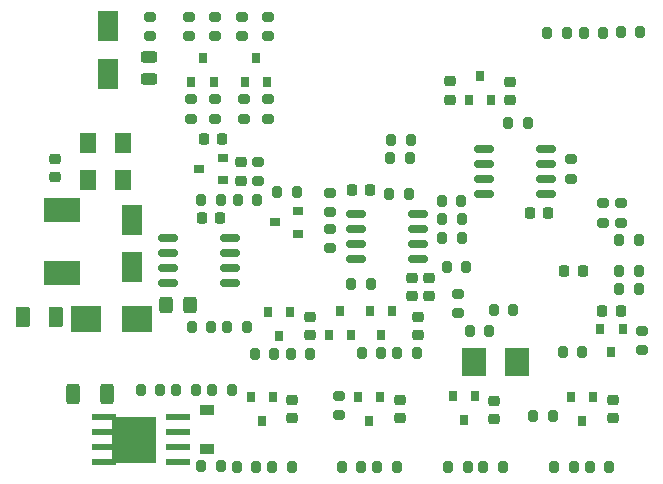
<source format=gbr>
%TF.GenerationSoftware,KiCad,Pcbnew,7.0.7*%
%TF.CreationDate,2023-10-01T16:40:48+03:00*%
%TF.ProjectId,RadioSens,52616469-6f53-4656-9e73-2e6b69636164,rev?*%
%TF.SameCoordinates,Original*%
%TF.FileFunction,Paste,Bot*%
%TF.FilePolarity,Positive*%
%FSLAX46Y46*%
G04 Gerber Fmt 4.6, Leading zero omitted, Abs format (unit mm)*
G04 Created by KiCad (PCBNEW 7.0.7) date 2023-10-01 16:40:48*
%MOMM*%
%LPD*%
G01*
G04 APERTURE LIST*
G04 Aperture macros list*
%AMRoundRect*
0 Rectangle with rounded corners*
0 $1 Rounding radius*
0 $2 $3 $4 $5 $6 $7 $8 $9 X,Y pos of 4 corners*
0 Add a 4 corners polygon primitive as box body*
4,1,4,$2,$3,$4,$5,$6,$7,$8,$9,$2,$3,0*
0 Add four circle primitives for the rounded corners*
1,1,$1+$1,$2,$3*
1,1,$1+$1,$4,$5*
1,1,$1+$1,$6,$7*
1,1,$1+$1,$8,$9*
0 Add four rect primitives between the rounded corners*
20,1,$1+$1,$2,$3,$4,$5,0*
20,1,$1+$1,$4,$5,$6,$7,0*
20,1,$1+$1,$6,$7,$8,$9,0*
20,1,$1+$1,$8,$9,$2,$3,0*%
G04 Aperture macros list end*
%ADD10RoundRect,0.200000X0.200000X0.275000X-0.200000X0.275000X-0.200000X-0.275000X0.200000X-0.275000X0*%
%ADD11RoundRect,0.225000X0.250000X-0.225000X0.250000X0.225000X-0.250000X0.225000X-0.250000X-0.225000X0*%
%ADD12RoundRect,0.243750X-0.456250X0.243750X-0.456250X-0.243750X0.456250X-0.243750X0.456250X0.243750X0*%
%ADD13R,0.800000X0.900000*%
%ADD14RoundRect,0.200000X0.275000X-0.200000X0.275000X0.200000X-0.275000X0.200000X-0.275000X-0.200000X0*%
%ADD15RoundRect,0.250000X0.375000X0.625000X-0.375000X0.625000X-0.375000X-0.625000X0.375000X-0.625000X0*%
%ADD16RoundRect,0.225000X0.225000X0.250000X-0.225000X0.250000X-0.225000X-0.250000X0.225000X-0.250000X0*%
%ADD17R,0.900000X0.800000*%
%ADD18RoundRect,0.250000X0.325000X0.450000X-0.325000X0.450000X-0.325000X-0.450000X0.325000X-0.450000X0*%
%ADD19R,3.100000X2.000000*%
%ADD20RoundRect,0.200000X-0.275000X0.200000X-0.275000X-0.200000X0.275000X-0.200000X0.275000X0.200000X0*%
%ADD21R,1.800000X2.500000*%
%ADD22RoundRect,0.200000X-0.200000X-0.275000X0.200000X-0.275000X0.200000X0.275000X-0.200000X0.275000X0*%
%ADD23RoundRect,0.250000X-0.312500X-0.625000X0.312500X-0.625000X0.312500X0.625000X-0.312500X0.625000X0*%
%ADD24R,2.500000X2.300000*%
%ADD25RoundRect,0.225000X-0.225000X-0.250000X0.225000X-0.250000X0.225000X0.250000X-0.225000X0.250000X0*%
%ADD26RoundRect,0.250001X-0.462499X-0.624999X0.462499X-0.624999X0.462499X0.624999X-0.462499X0.624999X0*%
%ADD27RoundRect,0.225000X-0.250000X0.225000X-0.250000X-0.225000X0.250000X-0.225000X0.250000X0.225000X0*%
%ADD28R,2.000000X0.610000*%
%ADD29R,3.810000X3.910000*%
%ADD30R,2.000000X2.400000*%
%ADD31RoundRect,0.150000X-0.675000X-0.150000X0.675000X-0.150000X0.675000X0.150000X-0.675000X0.150000X0*%
%ADD32R,1.200000X0.900000*%
%ADD33RoundRect,0.150000X0.675000X0.150000X-0.675000X0.150000X-0.675000X-0.150000X0.675000X-0.150000X0*%
G04 APERTURE END LIST*
D10*
%TO.C,R34*%
X118644815Y-109548180D03*
X116994815Y-109548180D03*
%TD*%
D11*
%TO.C,C8*%
X104719815Y-108123180D03*
X104719815Y-106573180D03*
%TD*%
%TO.C,C2*%
X94119815Y-115123180D03*
X94119815Y-113573180D03*
%TD*%
D12*
%TO.C,FU1*%
X81969815Y-84510680D03*
X81969815Y-86385680D03*
%TD*%
D10*
%TO.C,R6*%
X108844815Y-102348180D03*
X107194815Y-102348180D03*
%TD*%
D13*
%TO.C,VD9*%
X92019815Y-106148180D03*
X93919815Y-106148180D03*
X92969815Y-108148180D03*
%TD*%
D14*
%TO.C,R37*%
X92019815Y-89773180D03*
X92019815Y-88123180D03*
%TD*%
D15*
%TO.C,FU2*%
X74119815Y-106548180D03*
X71319815Y-106548180D03*
%TD*%
D13*
%TO.C,DA2*%
X110969815Y-88148180D03*
X109069815Y-88148180D03*
X110019815Y-86148180D03*
%TD*%
D16*
%TO.C,C10*%
X121894815Y-106048180D03*
X120344815Y-106048180D03*
%TD*%
D11*
%TO.C,C18*%
X107419815Y-88148180D03*
X107419815Y-86598180D03*
%TD*%
D17*
%TO.C,VD1*%
X94619815Y-97598180D03*
X94619815Y-99498180D03*
X92619815Y-98548180D03*
%TD*%
D18*
%TO.C,C28*%
X85444815Y-105548180D03*
X83394815Y-105548180D03*
%TD*%
D19*
%TO.C,L2*%
X74594815Y-102823180D03*
X74594815Y-97523180D03*
%TD*%
D20*
%TO.C,R1*%
X91219815Y-93423180D03*
X91219815Y-95073180D03*
%TD*%
D21*
%TO.C,VD5*%
X78469815Y-81948180D03*
X78469815Y-85948180D03*
%TD*%
D13*
%TO.C,VD10*%
X117669815Y-113348180D03*
X119569815Y-113348180D03*
X118619815Y-115348180D03*
%TD*%
D11*
%TO.C,C25*%
X105719815Y-104823180D03*
X105719815Y-103273180D03*
%TD*%
D10*
%TO.C,R4*%
X108422246Y-96721407D03*
X106772246Y-96721407D03*
%TD*%
%TO.C,R50*%
X104144815Y-91548180D03*
X102494815Y-91548180D03*
%TD*%
%TO.C,R60*%
X123444815Y-100048180D03*
X121794815Y-100048180D03*
%TD*%
D11*
%TO.C,C42*%
X89719815Y-95023180D03*
X89719815Y-93473180D03*
%TD*%
D10*
%TO.C,R24*%
X104644815Y-109648180D03*
X102994815Y-109648180D03*
%TD*%
D22*
%TO.C,R57*%
X86394815Y-96648180D03*
X88044815Y-96648180D03*
%TD*%
D23*
%TO.C,R63*%
X75507315Y-113048180D03*
X78432315Y-113048180D03*
%TD*%
D24*
%TO.C,VD12*%
X76619815Y-106748180D03*
X80919815Y-106748180D03*
%TD*%
D14*
%TO.C,R61*%
X117669815Y-94873180D03*
X117669815Y-93223180D03*
%TD*%
D10*
%TO.C,R59*%
X123444815Y-102648180D03*
X121794815Y-102648180D03*
%TD*%
%TO.C,R8*%
X103944815Y-96148180D03*
X102294815Y-96148180D03*
%TD*%
D25*
%TO.C,C1*%
X99144815Y-95848180D03*
X100694815Y-95848180D03*
%TD*%
D26*
%TO.C,C32*%
X76832315Y-94948180D03*
X79807315Y-94948180D03*
%TD*%
D13*
%TO.C,VD6*%
X120169815Y-107548180D03*
X122069815Y-107548180D03*
X121119815Y-109548180D03*
%TD*%
D10*
%TO.C,R41*%
X95644815Y-109698180D03*
X93994815Y-109698180D03*
%TD*%
D22*
%TO.C,R68*%
X84294815Y-112748180D03*
X85944815Y-112748180D03*
%TD*%
D10*
%TO.C,R39*%
X99944815Y-119248180D03*
X98294815Y-119248180D03*
%TD*%
%TO.C,R5*%
X108444815Y-98271407D03*
X106794815Y-98271407D03*
%TD*%
D11*
%TO.C,C30*%
X74019815Y-94723180D03*
X74019815Y-93173180D03*
%TD*%
D22*
%TO.C,R58*%
X89494815Y-96648180D03*
X91144815Y-96648180D03*
%TD*%
D10*
%TO.C,R2*%
X114044815Y-90148180D03*
X112394815Y-90148180D03*
%TD*%
%TO.C,R69*%
X111919815Y-119248180D03*
X110269815Y-119248180D03*
%TD*%
D14*
%TO.C,R54*%
X108119815Y-106223180D03*
X108119815Y-104573180D03*
%TD*%
D16*
%TO.C,C40*%
X115794815Y-97748180D03*
X114244815Y-97748180D03*
%TD*%
%TO.C,C7*%
X118694815Y-102648180D03*
X117144815Y-102648180D03*
%TD*%
D14*
%TO.C,R33*%
X123719815Y-109373180D03*
X123719815Y-107723180D03*
%TD*%
D10*
%TO.C,R14*%
X91044815Y-119248180D03*
X89394815Y-119248180D03*
%TD*%
D22*
%TO.C,R62*%
X86394815Y-119148180D03*
X88044815Y-119148180D03*
%TD*%
D13*
%TO.C,VD7*%
X91969815Y-86648180D03*
X90069815Y-86648180D03*
X91019815Y-84648180D03*
%TD*%
%TO.C,VD4*%
X100669815Y-106048180D03*
X102569815Y-106048180D03*
X101619815Y-108048180D03*
%TD*%
D10*
%TO.C,R38*%
X102944815Y-119248180D03*
X101294815Y-119248180D03*
%TD*%
%TO.C,R52*%
X120444815Y-82498180D03*
X118794815Y-82498180D03*
%TD*%
%TO.C,R70*%
X108944815Y-119248180D03*
X107294815Y-119248180D03*
%TD*%
D22*
%TO.C,R46*%
X114494815Y-114948180D03*
X116144815Y-114948180D03*
%TD*%
D14*
%TO.C,R48*%
X89819815Y-82773180D03*
X89819815Y-81123180D03*
%TD*%
D25*
%TO.C,C29*%
X86444815Y-98198180D03*
X87994815Y-98198180D03*
%TD*%
D14*
%TO.C,R12*%
X85319815Y-82773180D03*
X85319815Y-81123180D03*
%TD*%
D11*
%TO.C,C12*%
X95569815Y-108123180D03*
X95569815Y-106573180D03*
%TD*%
D20*
%TO.C,R40*%
X98019815Y-113223180D03*
X98019815Y-114873180D03*
%TD*%
D10*
%TO.C,R44*%
X120944815Y-119248180D03*
X119294815Y-119248180D03*
%TD*%
D13*
%TO.C,VD2*%
X90569815Y-113348180D03*
X92469815Y-113348180D03*
X91519815Y-115348180D03*
%TD*%
D25*
%TO.C,C41*%
X86644815Y-91448180D03*
X88194815Y-91448180D03*
%TD*%
D10*
%TO.C,R65*%
X100744815Y-103748180D03*
X99094815Y-103748180D03*
%TD*%
D22*
%TO.C,R3*%
X121794815Y-104198180D03*
X123444815Y-104198180D03*
%TD*%
D10*
%TO.C,R66*%
X88969815Y-112748180D03*
X87319815Y-112748180D03*
%TD*%
D22*
%TO.C,R67*%
X81294815Y-112748180D03*
X82944815Y-112748180D03*
%TD*%
D27*
%TO.C,C43*%
X104219815Y-103273180D03*
X104219815Y-104823180D03*
%TD*%
D28*
%TO.C,VT1*%
X84454815Y-115043180D03*
X84454815Y-116313180D03*
X84454815Y-117583180D03*
X84454815Y-118853180D03*
D29*
X80729815Y-116948180D03*
D28*
X78134815Y-118853180D03*
X78134815Y-117583180D03*
X78134815Y-116313180D03*
X78134815Y-115043180D03*
%TD*%
D22*
%TO.C,R51*%
X115694815Y-82548180D03*
X117344815Y-82548180D03*
%TD*%
D30*
%TO.C,BQ3*%
X113150000Y-110400000D03*
X109450000Y-110400000D03*
%TD*%
D10*
%TO.C,R45*%
X117944815Y-119248180D03*
X116294815Y-119248180D03*
%TD*%
D22*
%TO.C,R9*%
X92844815Y-95998180D03*
X94494815Y-95998180D03*
%TD*%
D26*
%TO.C,C31*%
X76832315Y-91848180D03*
X79807315Y-91848180D03*
%TD*%
D10*
%TO.C,R13*%
X94044815Y-119248180D03*
X92394815Y-119248180D03*
%TD*%
D14*
%TO.C,R27*%
X82019815Y-82773180D03*
X82019815Y-81123180D03*
%TD*%
%TO.C,R21*%
X92024888Y-82773180D03*
X92024888Y-81123180D03*
%TD*%
D31*
%TO.C,DA3*%
X83594815Y-103653180D03*
X83594815Y-102383180D03*
X83594815Y-101113180D03*
X83594815Y-99843180D03*
X88844815Y-99843180D03*
X88844815Y-101113180D03*
X88844815Y-102383180D03*
X88844815Y-103653180D03*
%TD*%
D22*
%TO.C,R53*%
X121894815Y-82448180D03*
X123544815Y-82448180D03*
%TD*%
D14*
%TO.C,R47*%
X87554839Y-82773180D03*
X87554839Y-81123180D03*
%TD*%
D10*
%TO.C,R42*%
X92594815Y-109698180D03*
X90944815Y-109698180D03*
%TD*%
D13*
%TO.C,VD8*%
X99669815Y-113348180D03*
X101569815Y-113348180D03*
X100619815Y-115348180D03*
%TD*%
%TO.C,VD3*%
X87469815Y-86648180D03*
X85569815Y-86648180D03*
X86519815Y-84648180D03*
%TD*%
D10*
%TO.C,R26*%
X110794815Y-107748180D03*
X109144815Y-107748180D03*
%TD*%
D11*
%TO.C,C13*%
X121219815Y-115123180D03*
X121219815Y-113573180D03*
%TD*%
D13*
%TO.C,VD15*%
X107669815Y-113248180D03*
X109569815Y-113248180D03*
X108619815Y-115248180D03*
%TD*%
D17*
%TO.C,DA5*%
X88219815Y-93098180D03*
X88219815Y-94998180D03*
X86219815Y-94048180D03*
%TD*%
D32*
%TO.C,VD13*%
X86919815Y-117698180D03*
X86919815Y-114398180D03*
%TD*%
D10*
%TO.C,R7*%
X108444815Y-99848180D03*
X106794815Y-99848180D03*
%TD*%
D22*
%TO.C,R35*%
X111144815Y-105948180D03*
X112794815Y-105948180D03*
%TD*%
D10*
%TO.C,R49*%
X104044815Y-93098180D03*
X102394815Y-93098180D03*
%TD*%
D20*
%TO.C,R19*%
X120419815Y-96923180D03*
X120419815Y-98573180D03*
%TD*%
%TO.C,R11*%
X97319815Y-96051407D03*
X97319815Y-97701407D03*
%TD*%
D13*
%TO.C,VD14*%
X99069815Y-108048180D03*
X97169815Y-108048180D03*
X98119815Y-106048180D03*
%TD*%
D20*
%TO.C,R36*%
X90019815Y-88123180D03*
X90019815Y-89773180D03*
%TD*%
D33*
%TO.C,DD2*%
X104744815Y-97843180D03*
X104744815Y-99113180D03*
X104744815Y-100383180D03*
X104744815Y-101653180D03*
X99494815Y-101653180D03*
X99494815Y-100383180D03*
X99494815Y-99113180D03*
X99494815Y-97843180D03*
%TD*%
D22*
%TO.C,R55*%
X85594815Y-107448180D03*
X87244815Y-107448180D03*
%TD*%
D10*
%TO.C,R25*%
X101644815Y-109648180D03*
X99994815Y-109648180D03*
%TD*%
D22*
%TO.C,R56*%
X88594815Y-107448180D03*
X90244815Y-107448180D03*
%TD*%
D11*
%TO.C,C11*%
X103219815Y-115123180D03*
X103219815Y-113573180D03*
%TD*%
D27*
%TO.C,C16*%
X112519815Y-86673180D03*
X112519815Y-88223180D03*
%TD*%
D20*
%TO.C,R10*%
X97297246Y-99101407D03*
X97297246Y-100751407D03*
%TD*%
D21*
%TO.C,VD11*%
X80519815Y-102332700D03*
X80519815Y-98332700D03*
%TD*%
D14*
%TO.C,R23*%
X87519815Y-89773180D03*
X87519815Y-88123180D03*
%TD*%
%TO.C,R20*%
X121919815Y-98573180D03*
X121919815Y-96923180D03*
%TD*%
D31*
%TO.C,DD5*%
X110294815Y-96153180D03*
X110294815Y-94883180D03*
X110294815Y-93613180D03*
X110294815Y-92343180D03*
X115544815Y-92343180D03*
X115544815Y-93613180D03*
X115544815Y-94883180D03*
X115544815Y-96153180D03*
%TD*%
D20*
%TO.C,R22*%
X85519815Y-88123180D03*
X85519815Y-89773180D03*
%TD*%
D27*
%TO.C,C44*%
X111219815Y-113673180D03*
X111219815Y-115223180D03*
%TD*%
M02*

</source>
